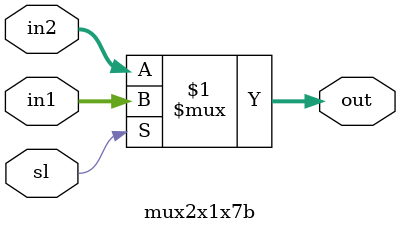
<source format=v>
/* A Datapath module that can
 * be used along with a Control
 * unit to create a CPU.
 *
 * Author: Bradley Gathers
*/
module datapath(rst, clk, instr, regRW, ALUsrc, immsrc, ALUop, status, mRW, wb, pcsrc);

	// I/O and Parameters
	input rst, clk, regRW, ALUsrc, mRW, wb, pcsrc;
	input [1:0] immsrc;
	input [4:0] ALUop;
	output [31:0] instr;
	output [3:0] status;
	
	//PC and Beq Handling
	wire [6:0] pc_out, pc4, pcbranch, finalPCMUXout;
	
	// To Register File
	wire [4:0] rd, rs1, rs2;
	wire [31:0] final_out;
	
	//ALUsrc MUX
	wire [31:0] inB_inmux, inIMM_inmux;
	
	// To ALU
	wire [31:0] inA, inB_outmux;
	
	// To RAM
	wire [31:0] toRAMadrs;
	
	// To WB MUX
	wire [31:0] outRAM;
	
	assign pc4 = pc_out + 7'd4;
	assign pcbranch = pc_out + inIMM_inmux;
	
	pc u1(.in(finalPCMUXout), .out(pc_out), .rst(rst), .clk(clk));
	
	instrMem u2(.readAdrs(pc_out), .rd(rd), .rs1(rs1), .rs2(rs2), .instr(instr));
	
	immGen u3(.inInstr(instr), .outIMM(inIMM_inmux), .sl(immsrc));
	
	RegisterFile32 u4(.dataIn(final_out), .dataA(inA), .dataB(inB_inmux), .rs1(rs1), .rs2(rs2), .rd(rd), .r(rst), .writeEn(regRW), .clk(clk));
	
	mux2x1 u5(.in1(inB_inmux), .in2(inIMM_inmux), .out(inB_outmux), .sl(ALUsrc));
	
	alu32 u6(.a(inA), .b(inB_outmux), .opCode(ALUop), .out(toRAMadrs), .S(status));
	
	ram256x32 u7(.data_in(inB_inmux), .data_out(outRAM), .adrs(toRAMadrs[7:0]), .cs(1'b0), .rw(mRW));
	
	mux2x1 u8(.in1(outRAM), .in2(toRAMadrs), .out(final_out), .sl(wb));
	
	mux2x1x7b u9(.in1(pc4), .in2(pcbranch), .out(finalPCMUXout), .sl(pcsrc));
	
	always@(posedge clk) begin
	
	$display("====LOOP=============================");
	$display("====PROGRAM COUNTER====");
	$display("pc_out: %b", pc_out);
	$display("pc4: %b", pc4);
	$display("pcbranch: %b", pcbranch);
	$display("finalPCMUXout: %b", finalPCMUXout);
	
	$display("====IMM Gen====");
	$display("inIMM_inmux: %b", inIMM_inmux);
	
	$display("====REGISTER FILE====");
	$display("rd: %b", rd);
	$display("rs1: %b", rs1);
	$display("rs2: %b", rs2);
	$display("inA: %b", inA);
	$display("inB_inmux: %b", inB_inmux);
	$display("final_out: %b", final_out);
	
	$display("====ALU====");
	$display("inA: %b", inA);
	$display("inB_outmux: %b", inB_outmux);
	$display("toRAMadrs: %b", toRAMadrs);
	
	$display("====RAM====");
	$display("toRAMadrs: %b", toRAMadrs);
	$display("outRAM: %b", outRAM);
	$display("=====================================");
	end
	

endmodule

module mux2x1(in1, in2, out, sl);
input sl;
input[31:0] in1, in2;
output[31:0] out;

assign out = sl ? in1 : in2;
endmodule

module mux2x1x7b(in1, in2, out, sl);
input sl;
input[6:0] in1, in2;
output[6:0] out;

assign out = sl ? in1 : in2;
endmodule
</source>
